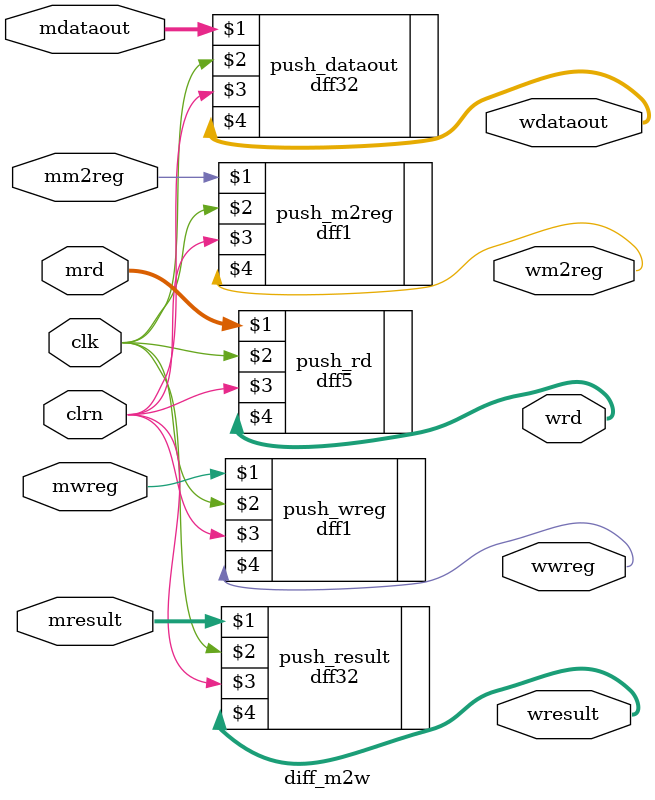
<source format=v>
`timescale 1ns / 1ps
module diff_m2w(
		clk,clrn,
		mwreg,mm2reg,mrd,mresult,mdataout,
		wwreg,wm2reg,wrd,wresult,wdataout
    );
	input clk,clrn;
	input mwreg,mm2reg;
	input[4:0] mrd;
	input[31:0] mresult,mdataout;
	
	output wwreg,wm2reg;
	output[4:0] wrd;
	output[31:0] wresult,wdataout;	
	
	dff1 push_wreg(mwreg,clk,clrn,wwreg);
	dff1 push_m2reg(mm2reg,clk,clrn,wm2reg);
	dff5 push_rd(mrd,clk,clrn,wrd);
	dff32 push_result(mresult,clk,clrn,wresult);
	dff32 push_dataout(mdataout,clk,clrn,wdataout);

endmodule

</source>
